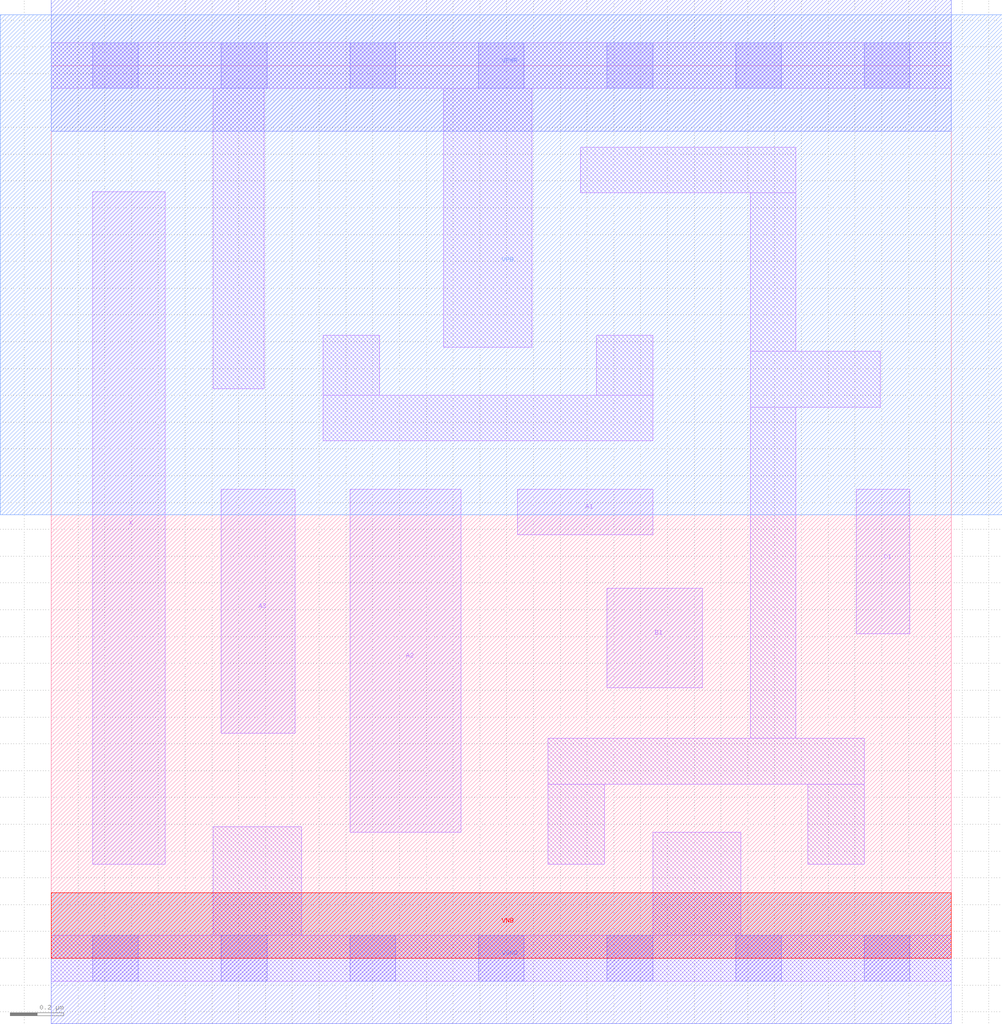
<source format=lef>
# Copyright 2020 The SkyWater PDK Authors
#
# Licensed under the Apache License, Version 2.0 (the "License");
# you may not use this file except in compliance with the License.
# You may obtain a copy of the License at
#
#     https://www.apache.org/licenses/LICENSE-2.0
#
# Unless required by applicable law or agreed to in writing, software
# distributed under the License is distributed on an "AS IS" BASIS,
# WITHOUT WARRANTIES OR CONDITIONS OF ANY KIND, either express or implied.
# See the License for the specific language governing permissions and
# limitations under the License.
#
# SPDX-License-Identifier: Apache-2.0

VERSION 5.7 ;
  NOWIREEXTENSIONATPIN ON ;
  DIVIDERCHAR "/" ;
  BUSBITCHARS "[]" ;
MACRO sky130_fd_sc_lp__a311o_m
  CLASS CORE ;
  FOREIGN sky130_fd_sc_lp__a311o_m ;
  ORIGIN  0.000000  0.000000 ;
  SIZE  3.360000 BY  3.330000 ;
  SYMMETRY X Y R90 ;
  SITE unit ;
  PIN A1
    ANTENNAGATEAREA  0.126000 ;
    DIRECTION INPUT ;
    USE SIGNAL ;
    PORT
      LAYER li1 ;
        RECT 1.740000 1.580000 2.245000 1.750000 ;
    END
  END A1
  PIN A2
    ANTENNAGATEAREA  0.126000 ;
    DIRECTION INPUT ;
    USE SIGNAL ;
    PORT
      LAYER li1 ;
        RECT 1.115000 0.470000 1.530000 1.750000 ;
    END
  END A2
  PIN A3
    ANTENNAGATEAREA  0.126000 ;
    DIRECTION INPUT ;
    USE SIGNAL ;
    PORT
      LAYER li1 ;
        RECT 0.635000 0.840000 0.910000 1.750000 ;
    END
  END A3
  PIN B1
    ANTENNAGATEAREA  0.126000 ;
    DIRECTION INPUT ;
    USE SIGNAL ;
    PORT
      LAYER li1 ;
        RECT 2.075000 1.010000 2.430000 1.380000 ;
    END
  END B1
  PIN C1
    ANTENNAGATEAREA  0.126000 ;
    DIRECTION INPUT ;
    USE SIGNAL ;
    PORT
      LAYER li1 ;
        RECT 3.005000 1.210000 3.205000 1.750000 ;
    END
  END C1
  PIN X
    ANTENNADIFFAREA  0.222600 ;
    DIRECTION OUTPUT ;
    USE SIGNAL ;
    PORT
      LAYER li1 ;
        RECT 0.155000 0.350000 0.425000 2.860000 ;
    END
  END X
  PIN VGND
    DIRECTION INOUT ;
    USE GROUND ;
    PORT
      LAYER met1 ;
        RECT 0.000000 -0.245000 3.360000 0.245000 ;
    END
  END VGND
  PIN VNB
    DIRECTION INOUT ;
    USE GROUND ;
    PORT
      LAYER pwell ;
        RECT 0.000000 0.000000 3.360000 0.245000 ;
    END
  END VNB
  PIN VPB
    DIRECTION INOUT ;
    USE POWER ;
    PORT
      LAYER nwell ;
        RECT -0.190000 1.655000 3.550000 3.520000 ;
    END
  END VPB
  PIN VPWR
    DIRECTION INOUT ;
    USE POWER ;
    PORT
      LAYER met1 ;
        RECT 0.000000 3.085000 3.360000 3.575000 ;
    END
  END VPWR
  OBS
    LAYER li1 ;
      RECT 0.000000 -0.085000 3.360000 0.085000 ;
      RECT 0.000000  3.245000 3.360000 3.415000 ;
      RECT 0.605000  0.085000 0.935000 0.490000 ;
      RECT 0.605000  2.125000 0.795000 3.245000 ;
      RECT 1.015000  1.930000 2.245000 2.100000 ;
      RECT 1.015000  2.100000 1.225000 2.325000 ;
      RECT 1.465000  2.280000 1.795000 3.245000 ;
      RECT 1.855000  0.350000 2.065000 0.650000 ;
      RECT 1.855000  0.650000 3.035000 0.820000 ;
      RECT 1.975000  2.855000 2.780000 3.025000 ;
      RECT 2.035000  2.100000 2.245000 2.325000 ;
      RECT 2.245000  0.085000 2.575000 0.470000 ;
      RECT 2.610000  0.820000 2.780000 2.055000 ;
      RECT 2.610000  2.055000 3.095000 2.265000 ;
      RECT 2.610000  2.265000 2.780000 2.855000 ;
      RECT 2.825000  0.350000 3.035000 0.650000 ;
    LAYER mcon ;
      RECT 0.155000 -0.085000 0.325000 0.085000 ;
      RECT 0.155000  3.245000 0.325000 3.415000 ;
      RECT 0.635000 -0.085000 0.805000 0.085000 ;
      RECT 0.635000  3.245000 0.805000 3.415000 ;
      RECT 1.115000 -0.085000 1.285000 0.085000 ;
      RECT 1.115000  3.245000 1.285000 3.415000 ;
      RECT 1.595000 -0.085000 1.765000 0.085000 ;
      RECT 1.595000  3.245000 1.765000 3.415000 ;
      RECT 2.075000 -0.085000 2.245000 0.085000 ;
      RECT 2.075000  3.245000 2.245000 3.415000 ;
      RECT 2.555000 -0.085000 2.725000 0.085000 ;
      RECT 2.555000  3.245000 2.725000 3.415000 ;
      RECT 3.035000 -0.085000 3.205000 0.085000 ;
      RECT 3.035000  3.245000 3.205000 3.415000 ;
  END
END sky130_fd_sc_lp__a311o_m
END LIBRARY

</source>
